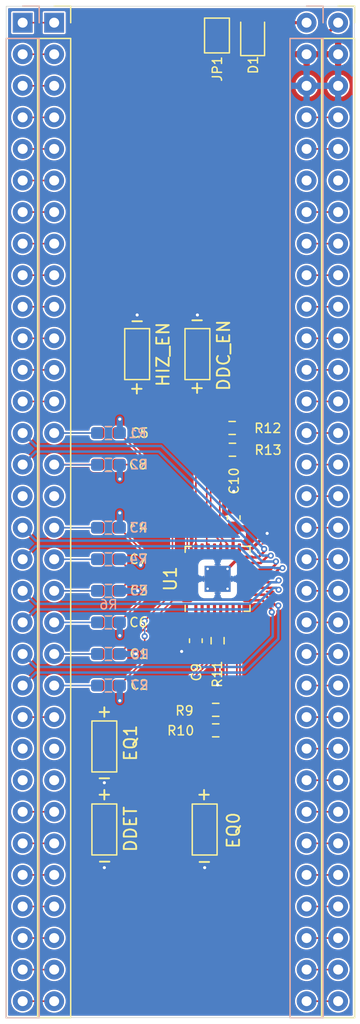
<source format=kicad_pcb>
(kicad_pcb (version 20171130) (host pcbnew "(5.1.12)-1")
  (layers (0 F.Cu signal) (31 B.Cu signal) (34 B.Paste user) (35 F.Paste user) (36 B.SilkS user) (37 F.SilkS user) (38 B.Mask user) (39 F.Mask user) (44 Edge.Cuts user))
  (net 0 "")
  (net 1 ADRDD)
  (net 2 NMI)
  (net 3 BE)
  (net 4 RDY)
  (net 5 DATDD)
  (net 6 IRQ)
  (net 7 RWB)
  (net 8 RST)
  (net 9 vREF)
  (net 10 ADC7)
  (net 11 ADC6)
  (net 12 ADC5)
  (net 13 ADC4)
  (net 14 ADC3)
  (net 15 ADC2)
  (net 16 ADC1)
  (net 17 ADC0)
  (net 18 SD_SSEL)
  (net 19 SD_MOSI)
  (net 20 SD_SCK)
  (net 21 SD_MISO)
  (net 22 bA15)
  (net 23 bA14)
  (net 24 bA13)
  (net 25 bA12)
  (net 26 bA11)
  (net 27 bA10)
  (net 28 bA9)
  (net 29 bA8)
  (net 30 bA7)
  (net 31 bA6)
  (net 32 bA5)
  (net 33 bA4)
  (net 34 bA3)
  (net 35 vCLK)
  (net 36 sCLK)
  (net 37 bA2)
  (net 38 bA1)
  (net 39 bA0)
  (net 40 bD0)
  (net 41 bD1)
  (net 42 bD2)
  (net 43 bD3)
  (net 44 bD4)
  (net 45 bD5)
  (net 46 bD6)
  (net 47 bD7)
  (net 48 vDACR)
  (net 49 vDACL)
  (net 50 GND)
  (net 51 +3V3)
  (net 52 +5V)
  (net 53 IN_CLK-)
  (net 54 IN_CLK+)
  (net 55 IN_D0+)
  (net 56 IN_D0-)
  (net 57 IN_D1+)
  (net 58 IN_D1-)
  (net 59 IN_D2+)
  (net 60 IN_D2-)
  (net 61 "Net-(C1-Pad1)")
  (net 62 "Net-(C2-Pad1)")
  (net 63 "Net-(C3-Pad1)")
  (net 64 "Net-(C4-Pad1)")
  (net 65 "Net-(C5-Pad1)")
  (net 66 "Net-(C6-Pad1)")
  (net 67 "Net-(C7-Pad1)")
  (net 68 "Net-(C8-Pad1)")
  (net 69 OUT_CLK-)
  (net 70 OUT_CLK+)
  (net 71 OUT_D0+)
  (net 72 OUT_D0-)
  (net 73 OUT_D1+)
  (net 74 OUT_D1-)
  (net 75 OUT_D2+)
  (net 76 OUT_D2-)
  (net 77 S_5V)
  (net 78 "Net-(JP2-Pad2)")
  (net 79 "Net-(JP3-Pad2)")
  (net 80 "Net-(JP4-Pad2)")
  (net 81 "Net-(JP5-Pad2)")
  (net 82 "Net-(JP6-Pad2)")
  (net 83 "Net-(R9-Pad2)")
  (net 84 "Net-(R10-Pad2)")
  (net 85 "Net-(R11-Pad2)")
  (net 86 "Net-(R12-Pad1)")
  (net 87 "Net-(R13-Pad1)")
  (module Resistor_SMD:R_0603_1608Metric_Pad0.98x0.95mm_HandSolder (layer F.Cu) (at 129.2606 100.6602)
    (fp_text reference R13 (at 2.8702 0.0254) (layer F.SilkS) (effects (font (size 0.75 0.75) (thickness 0.12))))
    (fp_text value 4.7k hide)
    (pad 2 smd roundrect (at 0.9125 0) (size 0.975 0.95) (layers F.Cu F.Paste F.Mask) (net 52 +5V))
    (pad 1 smd roundrect (at -0.9125 0) (size 0.975 0.95) (layers F.Cu F.Paste F.Mask) (net 87 "Net-(R13-Pad1)"))
  )
  (module Resistor_SMD:R_0603_1608Metric_Pad0.98x0.95mm_HandSolder (layer F.Cu) (at 129.2371 98.9076)
    (fp_text reference R12 (at 2.8683 0.0254) (layer F.SilkS) (effects (font (size 0.75 0.75) (thickness 0.12))))
    (fp_text value 4.7K hide)
    (pad 2 smd roundrect (at 0.9125 0) (size 0.975 0.95) (layers F.Cu F.Paste F.Mask) (net 52 +5V))
    (pad 1 smd roundrect (at -0.9125 0) (size 0.975 0.95) (layers F.Cu F.Paste F.Mask) (net 86 "Net-(R12-Pad1)"))
  )
  (module Resistor_SMD:R_0603_1608Metric_Pad0.98x0.95mm_HandSolder (layer F.Cu) (at 128.0668 116.0272 90)
    (fp_text reference R11 (at -2.6924 -0.0254 90) (layer F.SilkS) (effects (font (size 0.75 0.75) (thickness 0.12))))
    (fp_text value "12.4K 1%" hide)
    (pad 2 smd roundrect (at 0.9125 0 90) (size 0.975 0.95) (layers F.Cu F.Paste F.Mask) (net 85 "Net-(R11-Pad2)"))
    (pad 1 smd roundrect (at -0.9125 0 90) (size 0.975 0.95) (layers F.Cu F.Paste F.Mask) (net 50 GND))
  )
  (module Resistor_SMD:R_0603_1608Metric_Pad0.98x0.95mm_HandSolder (layer F.Cu) (at 127.9144 123.2408)
    (fp_text reference R10 (at -2.8194 0.0254) (layer F.SilkS) (effects (font (size 0.75 0.75) (thickness 0.12))))
    (fp_text value 4.7k hide)
    (pad 2 smd roundrect (at 0.9125 0) (size 0.975 0.95) (layers F.Cu F.Paste F.Mask) (net 84 "Net-(R10-Pad2)"))
    (pad 1 smd roundrect (at -0.9125 0) (size 0.975 0.95) (layers F.Cu F.Paste F.Mask) (net 51 +3V3))
  )
  (module Resistor_SMD:R_0603_1608Metric_Pad0.98x0.95mm_HandSolder (layer F.Cu) (at 127.9144 121.5898)
    (fp_text reference R9 (at -2.5146 0.0762) (layer F.SilkS) (effects (font (size 0.75 0.75) (thickness 0.12))))
    (fp_text value 4.7k)
    (pad 2 smd roundrect (at 0.9125 0) (size 0.975 0.95) (layers F.Cu F.Paste F.Mask) (net 83 "Net-(R9-Pad2)"))
    (pad 1 smd roundrect (at -0.9125 0) (size 0.975 0.95) (layers F.Cu F.Paste F.Mask) (net 51 +3V3))
  )
  (module Jumper:SolderJumper-3_P1.3mm_Bridged12_Pad1.0x1.5mm_NumberLabels (layer F.Cu) (at 121.5898 92.964 270)
    (fp_text reference JP6 hide)
    (fp_text value HIZ_EN)
    (fp_poly (pts (xy -0.9 -0.3) (xy -0.4 -0.3) (xy -0.4 0.3) (xy -0.9 0.3)) (layer F.Cu) (width 0))
    (pad 2 smd rect (at 0 0 270) (size 1 1.5) (layers F.Cu F.Mask) (net 82 "Net-(JP6-Pad2)"))
    (pad 3 smd rect (at 1.3 0 270) (size 1 1.5) (layers F.Cu F.Mask) (net 51 +3V3))
    (pad 1 smd rect (at -1.3 0 270) (size 1 1.5) (layers F.Cu F.Mask) (net 50 GND))
  )
  (module Jumper:SolderJumper-3_P1.3mm_Bridged12_Pad1.0x1.5mm_NumberLabels (layer F.Cu) (at 126.4412 92.964 270)
    (fp_text reference JP5 hide)
    (fp_text value DDC_EN)
    (fp_poly (pts (xy -0.9 -0.3) (xy -0.4 -0.3) (xy -0.4 0.3) (xy -0.9 0.3)) (layer F.Cu) (width 0))
    (pad 2 smd rect (at 0 0 270) (size 1 1.5) (layers F.Cu F.Mask) (net 81 "Net-(JP5-Pad2)"))
    (pad 3 smd rect (at 1.3 0 270) (size 1 1.5) (layers F.Cu F.Mask) (net 51 +3V3))
    (pad 1 smd rect (at -1.3 0 270) (size 1 1.5) (layers F.Cu F.Mask) (net 50 GND))
  )
  (module Jumper:SolderJumper-3_P1.3mm_Bridged12_Pad1.0x1.5mm_NumberLabels (layer F.Cu) (at 118.9482 131.2164 90)
    (fp_text reference JP4 hide)
    (fp_text value DDET)
    (fp_poly (pts (xy -0.9 -0.3) (xy -0.4 -0.3) (xy -0.4 0.3) (xy -0.9 0.3)) (layer F.Cu) (width 0))
    (pad 2 smd rect (at 0 0 90) (size 1 1.5) (layers F.Cu F.Mask) (net 80 "Net-(JP4-Pad2)"))
    (pad 3 smd rect (at 1.3 0 90) (size 1 1.5) (layers F.Cu F.Mask) (net 51 +3V3))
    (pad 1 smd rect (at -1.3 0 90) (size 1 1.5) (layers F.Cu F.Mask) (net 50 GND))
  )
  (module Jumper:SolderJumper-3_P1.3mm_Bridged12_Pad1.0x1.5mm_NumberLabels (layer F.Cu) (at 118.9482 124.5362 90)
    (fp_text reference JP3 hide)
    (fp_text value EQ1)
    (fp_poly (pts (xy -0.9 -0.3) (xy -0.4 -0.3) (xy -0.4 0.3) (xy -0.9 0.3)) (layer F.Cu) (width 0))
    (pad 2 smd rect (at 0 0 90) (size 1 1.5) (layers F.Cu F.Mask) (net 79 "Net-(JP3-Pad2)"))
    (pad 3 smd rect (at 1.3 0 90) (size 1 1.5) (layers F.Cu F.Mask) (net 51 +3V3))
    (pad 1 smd rect (at -1.3 0 90) (size 1 1.5) (layers F.Cu F.Mask) (net 50 GND))
  )
  (module Jumper:SolderJumper-3_P1.3mm_Bridged12_Pad1.0x1.5mm_NumberLabels (layer F.Cu) (at 127.0254 131.221 90)
    (fp_text reference JP2 hide)
    (fp_text value EQ0)
    (fp_poly (pts (xy -0.9 -0.3) (xy -0.4 -0.3) (xy -0.4 0.3) (xy -0.9 0.3)) (layer F.Cu) (width 0))
    (pad 2 smd rect (at 0 0 90) (size 1 1.5) (layers F.Cu F.Mask) (net 78 "Net-(JP2-Pad2)"))
    (pad 3 smd rect (at 1.3 0 90) (size 1 1.5) (layers F.Cu F.Mask) (net 51 +3V3))
    (pad 1 smd rect (at -1.3 0 90) (size 1 1.5) (layers F.Cu F.Mask) (net 50 GND))
  )
  (module Jumper:SolderJumper-2_P1.3mm_Open_Pad1.0x1.5mm (layer F.Cu) (at 128.016 67.325 270)
    (fp_text reference JP1 (at 2.6924 -0.0254 90) (layer F.SilkS) (effects (font (size 0.75 0.75) (thickness 0.12))))
    (fp_text value 5V hide)
    (pad 1 smd rect (at -0.65 0 270) (size 1 1.5) (layers F.Cu F.Mask) (net 77 S_5V))
    (pad 2 smd rect (at 0.65 0 270) (size 1 1.5) (layers F.Cu F.Mask) (net 52 +5V))
  )
  (module Diode_SMD:D_0805_2012Metric (layer F.Cu) (at 130.8862 67.2569 90)
    (fp_text reference D1 (at -2.4384 0.0508 90) (layer F.SilkS) (effects (font (size 0.75 0.75) (thickness 0.12))))
    (fp_text value 1N4001 hide)
    (pad 2 smd roundrect (at 0.9375 0 90) (size 0.975 1.4) (layers F.Cu F.Paste F.Mask) (net 77 S_5V))
    (pad 1 smd roundrect (at -0.9375 0 90) (size 0.975 1.4) (layers F.Cu F.Paste F.Mask) (net 52 +5V))
  )
  (module Resistor_SMD:R_0603_1608Metric_Pad0.98x0.95mm_HandSolder (layer B.Cu) (at 119.2784 117.094 180)
    (fp_text reference R8 (at -2.54 -0.0508) (layer B.SilkS) (effects (font (size 0.75 0.75) (thickness 0.12)) (justify mirror)))
    (fp_text value 50R hide)
    (pad 2 smd roundrect (at 0.9125 0 180) (size 0.975 0.95) (layers B.Cu B.Paste B.Mask) (net 54 IN_CLK+))
    (pad 1 smd roundrect (at -0.9125 0 180) (size 0.975 0.95) (layers B.Cu B.Paste B.Mask) (net 51 +3V3))
  )
  (module Resistor_SMD:R_0603_1608Metric_Pad0.98x0.95mm_HandSolder (layer B.Cu) (at 119.2784 119.634 180)
    (fp_text reference R7 (at -2.5146 0) (layer B.SilkS) (effects (font (size 0.75 0.75) (thickness 0.12)) (justify mirror)))
    (fp_text value 50R hide)
    (pad 2 smd roundrect (at 0.9125 0 180) (size 0.975 0.95) (layers B.Cu B.Paste B.Mask) (net 53 IN_CLK-))
    (pad 1 smd roundrect (at -0.9125 0 180) (size 0.975 0.95) (layers B.Cu B.Paste B.Mask) (net 51 +3V3))
  )
  (module Resistor_SMD:R_0603_1608Metric_Pad0.98x0.95mm_HandSolder (layer B.Cu) (at 119.2784 114.554 180)
    (fp_text reference R6 (at 0 1.43) (layer B.SilkS) (effects (font (size 0.75 0.75) (thickness 0.12)) (justify mirror)))
    (fp_text value 50R hide)
    (pad 2 smd roundrect (at 0.9125 0 180) (size 0.975 0.95) (layers B.Cu B.Paste B.Mask) (net 55 IN_D0+))
    (pad 1 smd roundrect (at -0.9125 0 180) (size 0.975 0.95) (layers B.Cu B.Paste B.Mask) (net 51 +3V3))
  )
  (module Resistor_SMD:R_0603_1608Metric_Pad0.98x0.95mm_HandSolder (layer B.Cu) (at 119.2784 112.014 180)
    (fp_text reference R5 (at -2.4638 0.0254) (layer B.SilkS) (effects (font (size 0.75 0.75) (thickness 0.12)) (justify mirror)))
    (fp_text value 50R hide)
    (pad 2 smd roundrect (at 0.9125 0 180) (size 0.975 0.95) (layers B.Cu B.Paste B.Mask) (net 56 IN_D0-))
    (pad 1 smd roundrect (at -0.9125 0 180) (size 0.975 0.95) (layers B.Cu B.Paste B.Mask) (net 51 +3V3))
  )
  (module Resistor_SMD:R_0603_1608Metric_Pad0.98x0.95mm_HandSolder (layer B.Cu) (at 119.2784 109.474 180)
    (fp_text reference R4 (at -2.413 0.0254) (layer B.SilkS) (effects (font (size 0.75 0.75) (thickness 0.12)) (justify mirror)))
    (fp_text value 50R hide)
    (pad 2 smd roundrect (at 0.9125 0 180) (size 0.975 0.95) (layers B.Cu B.Paste B.Mask) (net 57 IN_D1+))
    (pad 1 smd roundrect (at -0.9125 0 180) (size 0.975 0.95) (layers B.Cu B.Paste B.Mask) (net 51 +3V3))
  )
  (module Resistor_SMD:R_0603_1608Metric_Pad0.98x0.95mm_HandSolder (layer B.Cu) (at 119.2784 106.934 180)
    (fp_text reference R3 (at -2.4365 0) (layer B.SilkS) (effects (font (size 0.75 0.75) (thickness 0.12)) (justify mirror)))
    (fp_text value 50R hide)
    (pad 2 smd roundrect (at 0.9125 0 180) (size 0.975 0.95) (layers B.Cu B.Paste B.Mask) (net 58 IN_D1-))
    (pad 1 smd roundrect (at -0.9125 0 180) (size 0.975 0.95) (layers B.Cu B.Paste B.Mask) (net 51 +3V3))
  )
  (module Resistor_SMD:R_0603_1608Metric_Pad0.98x0.95mm_HandSolder (layer B.Cu) (at 119.2784 101.8794 180)
    (fp_text reference R2 (at -2.4638 0.0254) (layer B.SilkS) (effects (font (size 0.75 0.75) (thickness 0.12)) (justify mirror)))
    (fp_text value 50R hide)
    (pad 2 smd roundrect (at 0.9125 0 180) (size 0.975 0.95) (layers B.Cu B.Paste B.Mask) (net 59 IN_D2+))
    (pad 1 smd roundrect (at -0.9125 0 180) (size 0.975 0.95) (layers B.Cu B.Paste B.Mask) (net 51 +3V3))
  )
  (module Resistor_SMD:R_0603_1608Metric_Pad0.98x0.95mm_HandSolder (layer B.Cu) (at 119.2784 99.314 180)
    (fp_text reference R1 (at -2.3368 -0.0254) (layer B.SilkS) (effects (font (size 0.75 0.75) (thickness 0.12)) (justify mirror)))
    (fp_text value 50R hide)
    (pad 2 smd roundrect (at 0.9125 0 180) (size 0.975 0.95) (layers B.Cu B.Paste B.Mask) (net 60 IN_D2-))
    (pad 1 smd roundrect (at -0.9125 0 180) (size 0.975 0.95) (layers B.Cu B.Paste B.Mask) (net 51 +3V3))
  )
  (module Capacitor_SMD:C_0603_1608Metric_Pad1.08x0.95mm_HandSolder (layer F.Cu) (at 129.3622 106.1212 270)
    (fp_text reference C10 (at -2.9464 -0.0254 90) (layer F.SilkS) (effects (font (size 0.75 0.75) (thickness 0.12))))
    (fp_text value 100nF)
    (pad 2 smd roundrect (at 0.8625 0 270) (size 1.075 0.95) (layers F.Cu F.Paste F.Mask) (net 51 +3V3))
    (pad 1 smd roundrect (at -0.8625 0 270) (size 1.075 0.95) (layers F.Cu F.Paste F.Mask) (net 50 GND))
  )
  (module Capacitor_SMD:C_0603_1608Metric_Pad1.08x0.95mm_HandSolder (layer F.Cu) (at 126.3142 116.0261 90)
    (fp_text reference C9 (at -2.5411 0.0508 90) (layer F.SilkS) (effects (font (size 0.75 0.75) (thickness 0.12))))
    (fp_text value 100nF)
    (pad 2 smd roundrect (at 0.8625 0 90) (size 1.075 0.95) (layers F.Cu F.Paste F.Mask) (net 51 +3V3))
    (pad 1 smd roundrect (at -0.8625 0 90) (size 1.075 0.95) (layers F.Cu F.Paste F.Mask) (net 50 GND))
  )
  (module Connector_PinSocket_2.54mm:PinSocket_1x32_P2.54mm_Vertical (layer F.Cu) (at 137.7696 66.294)
    (fp_text reference J4 hide)
    (fp_text value MERCR hide)
    (pad 32 thru_hole oval (at 0 78.74) (size 1.6 1.6) (drill 0.8) (layers *.Cu *.Mask) (net 22 bA15))
    (pad 31 thru_hole oval (at 0 76.2) (size 1.6 1.6) (drill 0.8) (layers *.Cu *.Mask) (net 23 bA14))
    (pad 30 thru_hole oval (at 0 73.66) (size 1.6 1.6) (drill 0.8) (layers *.Cu *.Mask) (net 24 bA13))
    (pad 29 thru_hole oval (at 0 71.12) (size 1.6 1.6) (drill 0.8) (layers *.Cu *.Mask) (net 25 bA12))
    (pad 28 thru_hole oval (at 0 68.58) (size 1.6 1.6) (drill 0.8) (layers *.Cu *.Mask) (net 26 bA11))
    (pad 27 thru_hole oval (at 0 66.04) (size 1.6 1.6) (drill 0.8) (layers *.Cu *.Mask) (net 27 bA10))
    (pad 26 thru_hole oval (at 0 63.5) (size 1.6 1.6) (drill 0.8) (layers *.Cu *.Mask) (net 28 bA9))
    (pad 25 thru_hole oval (at 0 60.96) (size 1.6 1.6) (drill 0.8) (layers *.Cu *.Mask) (net 29 bA8))
    (pad 24 thru_hole oval (at 0 58.42) (size 1.6 1.6) (drill 0.8) (layers *.Cu *.Mask) (net 30 bA7))
    (pad 23 thru_hole oval (at 0 55.88) (size 1.6 1.6) (drill 0.8) (layers *.Cu *.Mask) (net 31 bA6))
    (pad 22 thru_hole oval (at 0 53.34) (size 1.6 1.6) (drill 0.8) (layers *.Cu *.Mask) (net 32 bA5))
    (pad 21 thru_hole oval (at 0 50.8) (size 1.6 1.6) (drill 0.8) (layers *.Cu *.Mask) (net 33 bA4))
    (pad 20 thru_hole oval (at 0 48.26) (size 1.6 1.6) (drill 0.8) (layers *.Cu *.Mask) (net 34 bA3))
    (pad 19 thru_hole oval (at 0 45.72) (size 1.6 1.6) (drill 0.8) (layers *.Cu *.Mask) (net 35 vCLK))
    (pad 18 thru_hole oval (at 0 43.18) (size 1.6 1.6) (drill 0.8) (layers *.Cu *.Mask) (net 36 sCLK))
    (pad 17 thru_hole oval (at 0 40.64) (size 1.6 1.6) (drill 0.8) (layers *.Cu *.Mask) (net 37 bA2))
    (pad 16 thru_hole oval (at 0 38.1) (size 1.6 1.6) (drill 0.8) (layers *.Cu *.Mask) (net 38 bA1))
    (pad 15 thru_hole oval (at 0 35.56) (size 1.6 1.6) (drill 0.8) (layers *.Cu *.Mask) (net 39 bA0))
    (pad 14 thru_hole oval (at 0 33.02) (size 1.6 1.6) (drill 0.8) (layers *.Cu *.Mask) (net 40 bD0))
    (pad 13 thru_hole oval (at 0 30.48) (size 1.6 1.6) (drill 0.8) (layers *.Cu *.Mask) (net 41 bD1))
    (pad 12 thru_hole oval (at 0 27.94) (size 1.6 1.6) (drill 0.8) (layers *.Cu *.Mask) (net 42 bD2))
    (pad 11 thru_hole oval (at 0 25.4) (size 1.6 1.6) (drill 0.8) (layers *.Cu *.Mask) (net 43 bD3))
    (pad 10 thru_hole oval (at 0 22.86) (size 1.6 1.6) (drill 0.8) (layers *.Cu *.Mask) (net 44 bD4))
    (pad 9 thru_hole oval (at 0 20.32) (size 1.6 1.6) (drill 0.8) (layers *.Cu *.Mask) (net 45 bD5))
    (pad 8 thru_hole oval (at 0 17.78) (size 1.6 1.6) (drill 0.8) (layers *.Cu *.Mask) (net 46 bD6))
    (pad 7 thru_hole oval (at 0 15.24) (size 1.6 1.6) (drill 0.8) (layers *.Cu *.Mask) (net 47 bD7))
    (pad 6 thru_hole oval (at 0 12.7) (size 1.6 1.6) (drill 0.8) (layers *.Cu *.Mask))
    (pad 5 thru_hole oval (at 0 10.16) (size 1.6 1.6) (drill 0.8) (layers *.Cu *.Mask) (net 48 vDACR))
    (pad 4 thru_hole oval (at 0 7.62) (size 1.6 1.6) (drill 0.8) (layers *.Cu *.Mask) (net 49 vDACL))
    (pad 3 thru_hole oval (at 0 5.08) (size 1.6 1.6) (drill 0.8) (layers *.Cu *.Mask) (net 50 GND))
    (pad 2 thru_hole oval (at 0 2.54) (size 1.6 1.6) (drill 0.8) (layers *.Cu *.Mask) (net 51 +3V3))
    (pad 1 thru_hole oval (at 0 0) (size 1.6 1.6) (drill 0.8) (layers *.Cu *.Mask) (net 52 +5V))
  )
  (module Connector_PinHeader_2.54mm:PinHeader_1x32_P2.54mm_Vertical (layer B.Cu) (at 135.2296 66.294 180)
    (fp_text reference J2 hide)
    (fp_text value MSCKR hide)
    (pad 32 thru_hole oval (at 0 -78.74 180) (size 1.6 1.6) (drill 0.8) (layers *.Cu *.Mask) (net 22 bA15))
    (pad 31 thru_hole oval (at 0 -76.2 180) (size 1.6 1.6) (drill 0.8) (layers *.Cu *.Mask) (net 23 bA14))
    (pad 30 thru_hole oval (at 0 -73.66 180) (size 1.6 1.6) (drill 0.8) (layers *.Cu *.Mask) (net 24 bA13))
    (pad 29 thru_hole oval (at 0 -71.12 180) (size 1.6 1.6) (drill 0.8) (layers *.Cu *.Mask) (net 25 bA12))
    (pad 28 thru_hole oval (at 0 -68.58 180) (size 1.6 1.6) (drill 0.8) (layers *.Cu *.Mask) (net 26 bA11))
    (pad 27 thru_hole oval (at 0 -66.04 180) (size 1.6 1.6) (drill 0.8) (layers *.Cu *.Mask) (net 27 bA10))
    (pad 26 thru_hole oval (at 0 -63.5 180) (size 1.6 1.6) (drill 0.8) (layers *.Cu *.Mask) (net 28 bA9))
    (pad 25 thru_hole oval (at 0 -60.96 180) (size 1.6 1.6) (drill 0.8) (layers *.Cu *.Mask) (net 29 bA8))
    (pad 24 thru_hole oval (at 0 -58.42 180) (size 1.6 1.6) (drill 0.8) (layers *.Cu *.Mask) (net 30 bA7))
    (pad 23 thru_hole oval (at 0 -55.88 180) (size 1.6 1.6) (drill 0.8) (layers *.Cu *.Mask) (net 31 bA6))
    (pad 22 thru_hole oval (at 0 -53.34 180) (size 1.6 1.6) (drill 0.8) (layers *.Cu *.Mask) (net 32 bA5))
    (pad 21 thru_hole oval (at 0 -50.8 180) (size 1.6 1.6) (drill 0.8) (layers *.Cu *.Mask) (net 33 bA4))
    (pad 20 thru_hole oval (at 0 -48.26 180) (size 1.6 1.6) (drill 0.8) (layers *.Cu *.Mask) (net 34 bA3))
    (pad 19 thru_hole oval (at 0 -45.72 180) (size 1.6 1.6) (drill 0.8) (layers *.Cu *.Mask) (net 35 vCLK))
    (pad 18 thru_hole oval (at 0 -43.18 180) (size 1.6 1.6) (drill 0.8) (layers *.Cu *.Mask) (net 36 sCLK))
    (pad 17 thru_hole oval (at 0 -40.64 180) (size 1.6 1.6) (drill 0.8) (layers *.Cu *.Mask) (net 37 bA2))
    (pad 16 thru_hole oval (at 0 -38.1 180) (size 1.6 1.6) (drill 0.8) (layers *.Cu *.Mask) (net 38 bA1))
    (pad 15 thru_hole oval (at 0 -35.56 180) (size 1.6 1.6) (drill 0.8) (layers *.Cu *.Mask) (net 39 bA0))
    (pad 14 thru_hole oval (at 0 -33.02 180) (size 1.6 1.6) (drill 0.8) (layers *.Cu *.Mask) (net 40 bD0))
    (pad 13 thru_hole oval (at 0 -30.48 180) (size 1.6 1.6) (drill 0.8) (layers *.Cu *.Mask) (net 41 bD1))
    (pad 12 thru_hole oval (at 0 -27.94 180) (size 1.6 1.6) (drill 0.8) (layers *.Cu *.Mask) (net 42 bD2))
    (pad 11 thru_hole oval (at 0 -25.4 180) (size 1.6 1.6) (drill 0.8) (layers *.Cu *.Mask) (net 43 bD3))
    (pad 10 thru_hole oval (at 0 -22.86 180) (size 1.6 1.6) (drill 0.8) (layers *.Cu *.Mask) (net 44 bD4))
    (pad 9 thru_hole oval (at 0 -20.32 180) (size 1.6 1.6) (drill 0.8) (layers *.Cu *.Mask) (net 45 bD5))
    (pad 8 thru_hole oval (at 0 -17.78 180) (size 1.6 1.6) (drill 0.8) (layers *.Cu *.Mask) (net 46 bD6))
    (pad 7 thru_hole oval (at 0 -15.24 180) (size 1.6 1.6) (drill 0.8) (layers *.Cu *.Mask) (net 47 bD7))
    (pad 6 thru_hole oval (at 0 -12.7 180) (size 1.6 1.6) (drill 0.8) (layers *.Cu *.Mask))
    (pad 5 thru_hole oval (at 0 -10.16 180) (size 1.6 1.6) (drill 0.8) (layers *.Cu *.Mask) (net 48 vDACR))
    (pad 4 thru_hole oval (at 0 -7.62 180) (size 1.6 1.6) (drill 0.8) (layers *.Cu *.Mask) (net 49 vDACL))
    (pad 3 thru_hole oval (at 0 -5.08 180) (size 1.6 1.6) (drill 0.8) (layers *.Cu *.Mask) (net 50 GND))
    (pad 2 thru_hole oval (at 0 -2.54 180) (size 1.6 1.6) (drill 0.8) (layers *.Cu *.Mask) (net 51 +3V3))
    (pad 1 thru_hole oval (at 0 0 180) (size 1.6 1.6) (drill 0.8) (layers *.Cu *.Mask) (net 77 S_5V))
  )
  (module Connector_PinSocket_2.54mm:PinSocket_1x32_P2.54mm_Vertical (layer F.Cu) (at 114.9096 66.294)
    (fp_text reference J3 hide)
    (fp_text value MERCL hide)
    (pad 32 thru_hole oval (at 0 78.74) (size 1.6 1.6) (drill 0.8) (layers *.Cu *.Mask) (net 1 ADRDD))
    (pad 31 thru_hole oval (at 0 76.2) (size 1.6 1.6) (drill 0.8) (layers *.Cu *.Mask) (net 2 NMI))
    (pad 30 thru_hole oval (at 0 73.66) (size 1.6 1.6) (drill 0.8) (layers *.Cu *.Mask) (net 3 BE))
    (pad 29 thru_hole oval (at 0 71.12) (size 1.6 1.6) (drill 0.8) (layers *.Cu *.Mask) (net 4 RDY))
    (pad 28 thru_hole oval (at 0 68.58) (size 1.6 1.6) (drill 0.8) (layers *.Cu *.Mask) (net 5 DATDD))
    (pad 27 thru_hole oval (at 0 66.04) (size 1.6 1.6) (drill 0.8) (layers *.Cu *.Mask) (net 6 IRQ))
    (pad 26 thru_hole oval (at 0 63.5) (size 1.6 1.6) (drill 0.8) (layers *.Cu *.Mask) (net 7 RWB))
    (pad 25 thru_hole oval (at 0 60.96) (size 1.6 1.6) (drill 0.8) (layers *.Cu *.Mask))
    (pad 24 thru_hole oval (at 0 58.42) (size 1.6 1.6) (drill 0.8) (layers *.Cu *.Mask))
    (pad 23 thru_hole oval (at 0 55.88) (size 1.6 1.6) (drill 0.8) (layers *.Cu *.Mask) (net 8 RST))
    (pad 22 thru_hole oval (at 0 53.34) (size 1.6 1.6) (drill 0.8) (layers *.Cu *.Mask) (net 53 IN_CLK-))
    (pad 21 thru_hole oval (at 0 50.8) (size 1.6 1.6) (drill 0.8) (layers *.Cu *.Mask) (net 54 IN_CLK+))
    (pad 20 thru_hole oval (at 0 48.26) (size 1.6 1.6) (drill 0.8) (layers *.Cu *.Mask) (net 55 IN_D0+))
    (pad 19 thru_hole oval (at 0 45.72) (size 1.6 1.6) (drill 0.8) (layers *.Cu *.Mask) (net 56 IN_D0-))
    (pad 18 thru_hole oval (at 0 43.18) (size 1.6 1.6) (drill 0.8) (layers *.Cu *.Mask) (net 57 IN_D1+))
    (pad 17 thru_hole oval (at 0 40.64) (size 1.6 1.6) (drill 0.8) (layers *.Cu *.Mask) (net 58 IN_D1-))
    (pad 16 thru_hole oval (at 0 38.1) (size 1.6 1.6) (drill 0.8) (layers *.Cu *.Mask))
    (pad 15 thru_hole oval (at 0 35.56) (size 1.6 1.6) (drill 0.8) (layers *.Cu *.Mask) (net 59 IN_D2+))
    (pad 14 thru_hole oval (at 0 33.02) (size 1.6 1.6) (drill 0.8) (layers *.Cu *.Mask) (net 60 IN_D2-))
    (pad 13 thru_hole oval (at 0 30.48) (size 1.6 1.6) (drill 0.8) (layers *.Cu *.Mask) (net 9 vREF))
    (pad 12 thru_hole oval (at 0 27.94) (size 1.6 1.6) (drill 0.8) (layers *.Cu *.Mask) (net 10 ADC7))
    (pad 11 thru_hole oval (at 0 25.4) (size 1.6 1.6) (drill 0.8) (layers *.Cu *.Mask) (net 11 ADC6))
    (pad 10 thru_hole oval (at 0 22.86) (size 1.6 1.6) (drill 0.8) (layers *.Cu *.Mask) (net 12 ADC5))
    (pad 9 thru_hole oval (at 0 20.32) (size 1.6 1.6) (drill 0.8) (layers *.Cu *.Mask) (net 13 ADC4))
    (pad 8 thru_hole oval (at 0 17.78) (size 1.6 1.6) (drill 0.8) (layers *.Cu *.Mask) (net 14 ADC3))
    (pad 7 thru_hole oval (at 0 15.24) (size 1.6 1.6) (drill 0.8) (layers *.Cu *.Mask) (net 15 ADC2))
    (pad 6 thru_hole oval (at 0 12.7) (size 1.6 1.6) (drill 0.8) (layers *.Cu *.Mask) (net 16 ADC1))
    (pad 5 thru_hole oval (at 0 10.16) (size 1.6 1.6) (drill 0.8) (layers *.Cu *.Mask) (net 17 ADC0))
    (pad 4 thru_hole oval (at 0 7.62) (size 1.6 1.6) (drill 0.8) (layers *.Cu *.Mask) (net 18 SD_SSEL))
    (pad 3 thru_hole oval (at 0 5.08) (size 1.6 1.6) (drill 0.8) (layers *.Cu *.Mask) (net 19 SD_MOSI))
    (pad 2 thru_hole oval (at 0 2.54) (size 1.6 1.6) (drill 0.8) (layers *.Cu *.Mask) (net 20 SD_SCK))
    (pad 1 thru_hole rect (at 0 0) (size 1.6 1.6) (drill 0.8) (layers *.Cu *.Mask) (net 21 SD_MISO))
  )
  (module Connector_PinHeader_2.54mm:PinHeader_1x32_P2.54mm_Vertical (layer B.Cu) (at 112.373601 66.294 180)
    (fp_text reference J1 hide)
    (fp_text value MSCKL hide)
    (pad 32 thru_hole oval (at 0 -78.74 180) (size 1.6 1.6) (drill 0.8) (layers *.Cu *.Mask) (net 1 ADRDD))
    (pad 31 thru_hole oval (at 0 -76.2 180) (size 1.6 1.6) (drill 0.8) (layers *.Cu *.Mask) (net 2 NMI))
    (pad 30 thru_hole oval (at 0 -73.66 180) (size 1.6 1.6) (drill 0.8) (layers *.Cu *.Mask) (net 3 BE))
    (pad 29 thru_hole oval (at 0 -71.12 180) (size 1.6 1.6) (drill 0.8) (layers *.Cu *.Mask) (net 4 RDY))
    (pad 28 thru_hole oval (at 0 -68.58 180) (size 1.6 1.6) (drill 0.8) (layers *.Cu *.Mask) (net 5 DATDD))
    (pad 27 thru_hole oval (at 0 -66.04 180) (size 1.6 1.6) (drill 0.8) (layers *.Cu *.Mask) (net 6 IRQ))
    (pad 26 thru_hole oval (at 0 -63.5 180) (size 1.6 1.6) (drill 0.8) (layers *.Cu *.Mask) (net 7 RWB))
    (pad 25 thru_hole oval (at 0 -60.96 180) (size 1.6 1.6) (drill 0.8) (layers *.Cu *.Mask))
    (pad 24 thru_hole oval (at 0 -58.42 180) (size 1.6 1.6) (drill 0.8) (layers *.Cu *.Mask))
    (pad 23 thru_hole oval (at 0 -55.88 180) (size 1.6 1.6) (drill 0.8) (layers *.Cu *.Mask) (net 8 RST))
    (pad 22 thru_hole oval (at 0 -53.34 180) (size 1.6 1.6) (drill 0.8) (layers *.Cu *.Mask) (net 69 OUT_CLK-))
    (pad 21 thru_hole oval (at 0 -50.8 180) (size 1.6 1.6) (drill 0.8) (layers *.Cu *.Mask) (net 70 OUT_CLK+))
    (pad 20 thru_hole oval (at 0 -48.26 180) (size 1.6 1.6) (drill 0.8) (layers *.Cu *.Mask) (net 71 OUT_D0+))
    (pad 19 thru_hole oval (at 0 -45.72 180) (size 1.6 1.6) (drill 0.8) (layers *.Cu *.Mask) (net 72 OUT_D0-))
    (pad 18 thru_hole oval (at 0 -43.18 180) (size 1.6 1.6) (drill 0.8) (layers *.Cu *.Mask) (net 73 OUT_D1+))
    (pad 17 thru_hole oval (at 0 -40.64 180) (size 1.6 1.6) (drill 0.8) (layers *.Cu *.Mask) (net 74 OUT_D1-))
    (pad 16 thru_hole oval (at 0 -38.1 180) (size 1.6 1.6) (drill 0.8) (layers *.Cu *.Mask))
    (pad 15 thru_hole oval (at 0 -35.56 180) (size 1.6 1.6) (drill 0.8) (layers *.Cu *.Mask) (net 75 OUT_D2+))
    (pad 14 thru_hole oval (at 0 -33.02 180) (size 1.6 1.6) (drill 0.8) (layers *.Cu *.Mask) (net 76 OUT_D2-))
    (pad 13 thru_hole oval (at 0 -30.48 180) (size 1.6 1.6) (drill 0.8) (layers *.Cu *.Mask) (net 9 vREF))
    (pad 12 thru_hole oval (at 0 -27.94 180) (size 1.6 1.6) (drill 0.8) (layers *.Cu *.Mask) (net 10 ADC7))
    (pad 11 thru_hole oval (at 0 -25.4 180) (size 1.6 1.6) (drill 0.8) (layers *.Cu *.Mask) (net 11 ADC6))
    (pad 10 thru_hole oval (at 0 -22.86 180) (size 1.6 1.6) (drill 0.8) (layers *.Cu *.Mask) (net 12 ADC5))
    (pad 9 thru_hole oval (at 0 -20.32 180) (size 1.6 1.6) (drill 0.8) (layers *.Cu *.Mask) (net 13 ADC4))
    (pad 8 thru_hole oval (at 0 -17.78 180) (size 1.6 1.6) (drill 0.8) (layers *.Cu *.Mask) (net 14 ADC3))
    (pad 7 thru_hole oval (at 0 -15.24 180) (size 1.6 1.6) (drill 0.8) (layers *.Cu *.Mask) (net 15 ADC2))
    (pad 6 thru_hole oval (at 0 -12.7 180) (size 1.6 1.6) (drill 0.8) (layers *.Cu *.Mask) (net 16 ADC1))
    (pad 5 thru_hole oval (at 0 -10.16 180) (size 1.6 1.6) (drill 0.8) (layers *.Cu *.Mask) (net 17 ADC0))
    (pad 4 thru_hole oval (at 0 -7.62 180) (size 1.6 1.6) (drill 0.8) (layers *.Cu *.Mask) (net 18 SD_SSEL))
    (pad 3 thru_hole oval (at 0 -5.08 180) (size 1.6 1.6) (drill 0.8) (layers *.Cu *.Mask) (net 19 SD_MOSI))
    (pad 2 thru_hole oval (at 0 -2.54 180) (size 1.6 1.6) (drill 0.8) (layers *.Cu *.Mask) (net 20 SD_SCK))
    (pad 1 thru_hole rect (at 0 0 180) (size 1.6 1.6) (drill 0.8) (layers *.Cu *.Mask) (net 21 SD_MISO))
  )
  (module Capacitor_SMD:C_0603_1608Metric_Pad1.08x0.95mm_HandSolder (layer F.Cu) (at 119.2795 101.854 180)
    (fp_text reference C8 (at -2.3865 0) (layer F.SilkS) (effects (font (size 0.75 0.75) (thickness 0.12))))
    (fp_text value 100nF hide)
    (pad 2 smd roundrect (at 0.8625 0 180) (size 1.075 0.95) (layers F.Cu F.Paste F.Mask) (net 59 IN_D2+))
    (pad 1 smd roundrect (at -0.8625 0 180) (size 1.075 0.95) (layers F.Cu F.Paste F.Mask) (net 68 "Net-(C8-Pad1)"))
  )
  (module Capacitor_SMD:C_0603_1608Metric_Pad1.08x0.95mm_HandSolder (layer F.Cu) (at 119.2795 109.474 180)
    (fp_text reference C7 (at -2.4119 0) (layer F.SilkS) (effects (font (size 0.75 0.75) (thickness 0.12))))
    (fp_text value 100nF hide)
    (pad 2 smd roundrect (at 0.8625 0 180) (size 1.075 0.95) (layers F.Cu F.Paste F.Mask) (net 57 IN_D1+))
    (pad 1 smd roundrect (at -0.8625 0 180) (size 1.075 0.95) (layers F.Cu F.Paste F.Mask) (net 67 "Net-(C7-Pad1)"))
  )
  (module Capacitor_SMD:C_0603_1608Metric_Pad1.08x0.95mm_HandSolder (layer F.Cu) (at 119.2795 114.554 180)
    (fp_text reference C6 (at -2.4119 0) (layer F.SilkS) (effects (font (size 0.75 0.75) (thickness 0.12))))
    (fp_text value 100nF hide)
    (pad 2 smd roundrect (at 0.8625 0 180) (size 1.075 0.95) (layers F.Cu F.Paste F.Mask) (net 55 IN_D0+))
    (pad 1 smd roundrect (at -0.8625 0 180) (size 1.075 0.95) (layers F.Cu F.Paste F.Mask) (net 66 "Net-(C6-Pad1)"))
  )
  (module Capacitor_SMD:C_0603_1608Metric_Pad1.08x0.95mm_HandSolder (layer F.Cu) (at 119.2795 99.314 180)
    (fp_text reference C5 (at -2.5135 0) (layer F.SilkS) (effects (font (size 0.75 0.75) (thickness 0.12))))
    (fp_text value 100nF hide)
    (pad 2 smd roundrect (at 0.8625 0 180) (size 1.075 0.95) (layers F.Cu F.Paste F.Mask) (net 60 IN_D2-))
    (pad 1 smd roundrect (at -0.8625 0 180) (size 1.075 0.95) (layers F.Cu F.Paste F.Mask) (net 65 "Net-(C5-Pad1)"))
  )
  (module Capacitor_SMD:C_0603_1608Metric_Pad1.08x0.95mm_HandSolder (layer F.Cu) (at 119.2795 106.934 180)
    (fp_text reference C4 (at -2.4119 0) (layer F.SilkS) (effects (font (size 0.75 0.75) (thickness 0.12))))
    (fp_text value 100nF hide)
    (pad 2 smd roundrect (at 0.8625 0 180) (size 1.075 0.95) (layers F.Cu F.Paste F.Mask) (net 58 IN_D1-))
    (pad 1 smd roundrect (at -0.8625 0 180) (size 1.075 0.95) (layers F.Cu F.Paste F.Mask) (net 64 "Net-(C4-Pad1)"))
  )
  (module Capacitor_SMD:C_0603_1608Metric_Pad1.08x0.95mm_HandSolder (layer F.Cu) (at 119.2795 112.014 180)
    (fp_text reference C3 (at -2.4627 0.0254) (layer F.SilkS) (effects (font (size 0.75 0.75) (thickness 0.12))))
    (fp_text value 100nF hide)
    (pad 2 smd roundrect (at 0.8625 0 180) (size 1.075 0.95) (layers F.Cu F.Paste F.Mask) (net 56 IN_D0-))
    (pad 1 smd roundrect (at -0.8625 0 180) (size 1.075 0.95) (layers F.Cu F.Paste F.Mask) (net 63 "Net-(C3-Pad1)"))
  )
  (module Capacitor_SMD:C_0603_1608Metric_Pad1.08x0.95mm_HandSolder (layer F.Cu) (at 119.2795 119.634 180)
    (fp_text reference C2 (at -2.4881 0.0508) (layer F.SilkS) (effects (font (size 0.75 0.75) (thickness 0.12))))
    (fp_text value 100nF hide)
    (pad 2 smd roundrect (at 0.8625 0 180) (size 1.075 0.95) (layers F.Cu F.Paste F.Mask) (net 53 IN_CLK-))
    (pad 1 smd roundrect (at -0.8625 0 180) (size 1.075 0.95) (layers F.Cu F.Paste F.Mask) (net 62 "Net-(C2-Pad1)"))
  )
  (module Capacitor_SMD:C_0603_1608Metric_Pad1.08x0.95mm_HandSolder (layer F.Cu) (at 119.2795 117.094 180)
    (fp_text reference C1 (at -2.4373 0) (layer F.SilkS) (effects (font (size 0.75 0.75) (thickness 0.12))))
    (fp_text value 100nF hide)
    (pad 2 smd roundrect (at 0.8625 0 180) (size 1.075 0.95) (layers F.Cu F.Paste F.Mask) (net 54 IN_CLK+))
    (pad 1 smd roundrect (at -0.8625 0 180) (size 1.075 0.95) (layers F.Cu F.Paste F.Mask) (net 61 "Net-(C1-Pad1)"))
  )
  (module Package_DFN_QFN:TQFN-32-1EP_5x5mm_P0.5mm_EP2.1x2.1mm_ThermalVias (layer F.Cu) (at 128.0668 111.0488 90)
    (fp_text reference U1 (at 0 -3.8 90) (layer F.SilkS))
    (fp_text value PTN3363)
    (pad 33 smd rect (at 0 0 90) (size 2.1 2.1) (layers B.Cu) (net 50 GND))
    (pad 33 thru_hole circle (at 0.8 0.8 90) (size 0.5 0.5) (drill 0.2) (layers *.Cu) (net 50 GND))
    (pad 33 thru_hole circle (at -0.8 0.8 90) (size 0.5 0.5) (drill 0.2) (layers *.Cu) (net 50 GND))
    (pad 33 thru_hole circle (at 0.8 -0.8 90) (size 0.5 0.5) (drill 0.2) (layers *.Cu) (net 50 GND))
    (pad 33 thru_hole circle (at -0.8 -0.8 90) (size 0.5 0.5) (drill 0.2) (layers *.Cu) (net 50 GND))
    (pad 33 smd rect (at 0 0 90) (size 2.1 2.1) (layers F.Cu F.Mask) (net 50 GND))
    (pad 32 smd custom (at -1.75 -2.4375 90) (size 0.18636 0.18636) (layers F.Cu F.Paste F.Mask) (net 61 "Net-(C1-Pad1)") (options (clearance outline) (anchor circle)) (primitives (gr_poly (pts (xy -0.0625 -0.35) (xy 0.0625 -0.35) (xy 0.0625 0.35) (xy -0.009112 0.35) (xy -0.0625 0.296612)) (width 0.125))))
    (pad 31 smd roundrect (at -1.25 -2.4375 90) (size 0.25 0.825) (layers F.Cu F.Paste F.Mask) (net 62 "Net-(C2-Pad1)"))
    (pad 30 smd roundrect (at -0.75 -2.4375 90) (size 0.25 0.825) (layers F.Cu F.Paste F.Mask) (net 66 "Net-(C6-Pad1)"))
    (pad 29 smd roundrect (at -0.25 -2.4375 90) (size 0.25 0.825) (layers F.Cu F.Paste F.Mask) (net 63 "Net-(C3-Pad1)"))
    (pad 28 smd roundrect (at 0.25 -2.4375 90) (size 0.25 0.825) (layers F.Cu F.Paste F.Mask) (net 67 "Net-(C7-Pad1)"))
    (pad 27 smd roundrect (at 0.75 -2.4375 90) (size 0.25 0.825) (layers F.Cu F.Paste F.Mask) (net 64 "Net-(C4-Pad1)"))
    (pad 26 smd roundrect (at 1.25 -2.4375 90) (size 0.25 0.825) (layers F.Cu F.Paste F.Mask) (net 68 "Net-(C8-Pad1)"))
    (pad 25 smd custom (at 1.75 -2.4375 90) (size 0.18636 0.18636) (layers F.Cu F.Paste F.Mask) (net 65 "Net-(C5-Pad1)") (options (clearance outline) (anchor circle)) (primitives (gr_poly (pts (xy -0.0625 -0.35) (xy 0.0625 -0.35) (xy 0.0625 0.296612) (xy 0.009112 0.35) (xy -0.0625 0.35)) (width 0.125))))
    (pad 24 smd custom (at 2.4375 -1.75 90) (size 0.18636 0.18636) (layers F.Cu F.Paste F.Mask) (net 82 "Net-(JP6-Pad2)") (options (clearance outline) (anchor circle)) (primitives (gr_poly (pts (xy -0.35 -0.009112) (xy -0.296612 -0.0625) (xy 0.35 -0.0625) (xy 0.35 0.0625) (xy -0.35 0.0625)) (width 0.125))))
    (pad 23 smd roundrect (at 2.4375 -1.25 90) (size 0.825 0.25) (layers F.Cu F.Paste F.Mask))
    (pad 22 smd roundrect (at 2.4375 -0.75 90) (size 0.825 0.25) (layers F.Cu F.Paste F.Mask) (net 81 "Net-(JP5-Pad2)"))
    (pad 21 smd roundrect (at 2.4375 -0.25 90) (size 0.825 0.25) (layers F.Cu F.Paste F.Mask))
    (pad 20 smd roundrect (at 2.4375 0.25 90) (size 0.825 0.25) (layers F.Cu F.Paste F.Mask) (net 86 "Net-(R12-Pad1)"))
    (pad 19 smd roundrect (at 2.4375 0.75 90) (size 0.825 0.25) (layers F.Cu F.Paste F.Mask) (net 87 "Net-(R13-Pad1)"))
    (pad 18 smd roundrect (at 2.4375 1.25 90) (size 0.825 0.25) (layers F.Cu F.Paste F.Mask) (net 51 +3V3))
    (pad 17 smd custom (at 2.4375 1.75 90) (size 0.18636 0.18636) (layers F.Cu F.Paste F.Mask) (net 50 GND) (options (clearance outline) (anchor circle)) (primitives (gr_poly (pts (xy -0.35 -0.0625) (xy 0.35 -0.0625) (xy 0.35 0.0625) (xy -0.296612 0.0625) (xy -0.35 0.009112)) (width 0.125))))
    (pad 16 smd custom (at 1.75 2.4375 90) (size 0.18636 0.18636) (layers F.Cu F.Paste F.Mask) (net 76 OUT_D2-) (options (clearance outline) (anchor circle)) (primitives (gr_poly (pts (xy -0.0625 -0.35) (xy 0.009112 -0.35) (xy 0.0625 -0.296612) (xy 0.0625 0.35) (xy -0.0625 0.35)) (width 0.125))))
    (pad 15 smd roundrect (at 1.25 2.4375 90) (size 0.25 0.825) (layers F.Cu F.Paste F.Mask) (net 75 OUT_D2+))
    (pad 14 smd roundrect (at 0.75 2.4375 90) (size 0.25 0.825) (layers F.Cu F.Paste F.Mask) (net 74 OUT_D1-))
    (pad 13 smd roundrect (at 0.25 2.4375 90) (size 0.25 0.825) (layers F.Cu F.Paste F.Mask) (net 73 OUT_D1+))
    (pad 12 smd roundrect (at -0.25 2.4375 90) (size 0.25 0.825) (layers F.Cu F.Paste F.Mask) (net 72 OUT_D0-))
    (pad 11 smd roundrect (at -0.75 2.4375 90) (size 0.25 0.825) (layers F.Cu F.Paste F.Mask) (net 71 OUT_D0+))
    (pad 10 smd roundrect (at -1.25 2.4375 90) (size 0.25 0.825) (layers F.Cu F.Paste F.Mask) (net 69 OUT_CLK-))
    (pad 9 smd custom (at -1.75 2.4375 90) (size 0.18636 0.18636) (layers F.Cu F.Paste F.Mask) (net 70 OUT_CLK+) (options (clearance outline) (anchor circle)) (primitives (gr_poly (pts (xy -0.0625 -0.296612) (xy -0.009112 -0.35) (xy 0.0625 -0.35) (xy 0.0625 0.35) (xy -0.0625 0.35)) (width 0.125))))
    (pad 8 smd custom (at -2.4375 1.75 90) (size 0.18636 0.18636) (layers F.Cu F.Paste F.Mask) (net 78 "Net-(JP2-Pad2)") (options (clearance outline) (anchor circle)) (primitives (gr_poly (pts (xy -0.35 -0.0625) (xy 0.35 -0.0625) (xy 0.35 0.009112) (xy 0.296612 0.0625) (xy -0.35 0.0625)) (width 0.125))))
    (pad 7 smd roundrect (at -2.4375 1.25 90) (size 0.825 0.25) (layers F.Cu F.Paste F.Mask) (net 84 "Net-(R10-Pad2)"))
    (pad 6 smd roundrect (at -2.4375 0.75 90) (size 0.825 0.25) (layers F.Cu F.Paste F.Mask) (net 83 "Net-(R9-Pad2)"))
    (pad 5 smd roundrect (at -2.4375 0.25 90) (size 0.825 0.25) (layers F.Cu F.Paste F.Mask))
    (pad 4 smd roundrect (at -2.4375 -0.25 90) (size 0.825 0.25) (layers F.Cu F.Paste F.Mask) (net 85 "Net-(R11-Pad2)"))
    (pad 3 smd roundrect (at -2.4375 -0.75 90) (size 0.825 0.25) (layers F.Cu F.Paste F.Mask) (net 80 "Net-(JP4-Pad2)"))
    (pad 2 smd roundrect (at -2.4375 -1.25 90) (size 0.825 0.25) (layers F.Cu F.Paste F.Mask) (net 79 "Net-(JP3-Pad2)"))
    (pad 1 smd custom (at -2.4375 -1.75 90) (size 0.18636 0.18636) (layers F.Cu F.Paste F.Mask) (net 51 +3V3) (options (clearance outline) (anchor circle)) (primitives (gr_poly (pts (xy -0.35 -0.0625) (xy 0.296612 -0.0625) (xy 0.35 -0.009112) (xy 0.35 0.0625) (xy -0.35 0.0625)) (width 0.125))))
  )
  (gr_text HIZ_EN (at 123.6726 92.9894 90) (layer F.SilkS) (effects (font (size 1 1))))
  (gr_text DDC_EN (at 128.5494 93.0656 90) (layer F.SilkS) (effects (font (size 1 1))))
  (gr_text DDET (at 121.0564 131.191 90) (layer F.SilkS) (effects (font (size 1 1))))
  (gr_text EQ1 (at 121.0564 124.2568 90) (layer F.SilkS) (effects (font (size 1 1))))
  (gr_text EQ0 (at 129.3368 131.2926 90) (layer F.SilkS) (effects (font (size 1 1))))
  (gr_text - (at 118.9482 127.0254) (layer F.SilkS) (effects (font (size 1 1))))
  (gr_text - (at 127 133.7564) (layer F.SilkS) (effects (font (size 1 1))))
  (gr_text - (at 118.9736 133.731) (layer F.SilkS) (effects (font (size 1 1))))
  (gr_text - (at 121.5898 90.2462) (layer F.SilkS) (effects (font (size 1 1))))
  (gr_text - (at 126.4158 90.17) (layer F.SilkS) (effects (font (size 1 1))))
  (gr_text + (at 126.9746 128.3462) (layer F.SilkS) (effects (font (size 1 1))))
  (gr_text + (at 118.9482 121.6914) (layer F.SilkS) (effects (font (size 1 1))))
  (gr_text + (at 118.9482 128.3462) (layer F.SilkS) (effects (font (size 1 1))))
  (gr_text + (at 121.5644 95.6818) (layer F.SilkS) (effects (font (size 1 1))))
  (gr_text + (at 126.4158 95.631) (layer F.SilkS) (effects (font (size 1 1))))
  (gr_line (start 111.0488 64.9732) (end 139.0904 64.9732) (layer Edge.Cuts) (width 0.05))
  (gr_line (start 111.0488 146.3548) (end 139.0904 146.3548) (layer Edge.Cuts) (width 0.05))
  (gr_line (start 139.0904 64.9732) (end 139.0904 146.3548) (layer Edge.Cuts) (width 0.05))
  (gr_line (start 111.0488 64.9732) (end 111.0488 146.3548) (layer Edge.Cuts) (width 0.05))
  (segment (start 112.373601 145.034) (end 114.9096 145.034) (width 0.127) (layer F.Cu) (net 1))
  (segment (start 112.373601 142.494) (end 114.9096 142.494) (width 0.127) (layer F.Cu) (net 2))
  (segment (start 112.373601 139.954) (end 114.9096 139.954) (width 0.127) (layer F.Cu) (net 3))
  (segment (start 112.373601 137.414) (end 114.9096 137.414) (width 0.127) (layer F.Cu) (net 4))
  (segment (start 112.373601 134.874) (end 114.9096 134.874) (width 0.127) (layer F.Cu) (net 5))
  (segment (start 112.373601 132.334) (end 114.9096 132.334) (width 0.127) (layer F.Cu) (net 6))
  (segment (start 112.373601 129.794) (end 114.9096 129.794) (width 0.127) (layer F.Cu) (net 7))
  (segment (start 112.373601 122.174) (end 114.9096 122.174) (width 0.127) (layer F.Cu) (net 8))
  (segment (start 112.373601 96.774) (end 114.9096 96.774) (width 0.127) (layer F.Cu) (net 9))
  (segment (start 112.373601 94.234) (end 114.9096 94.234) (width 0.127) (layer F.Cu) (net 10))
  (segment (start 112.373601 91.694) (end 114.9096 91.694) (width 0.127) (layer F.Cu) (net 11))
  (segment (start 112.373601 89.154) (end 114.9096 89.154) (width 0.127) (layer F.Cu) (net 12))
  (segment (start 112.373601 86.614) (end 114.9096 86.614) (width 0.127) (layer F.Cu) (net 13))
  (segment (start 112.373601 84.074) (end 114.9096 84.074) (width 0.127) (layer F.Cu) (net 14))
  (segment (start 112.373601 81.534) (end 114.9096 81.534) (width 0.127) (layer F.Cu) (net 15))
  (segment (start 112.373601 78.994) (end 114.9096 78.994) (width 0.127) (layer F.Cu) (net 16))
  (segment (start 112.373601 76.454) (end 114.9096 76.454) (width 0.127) (layer F.Cu) (net 17))
  (segment (start 112.373601 73.914) (end 114.9096 73.914) (width 0.127) (layer F.Cu) (net 18))
  (segment (start 112.373601 71.374) (end 114.9096 71.374) (width 0.127) (layer F.Cu) (net 19))
  (segment (start 112.373601 68.834) (end 114.9096 68.834) (width 0.127) (layer F.Cu) (net 20))
  (segment (start 112.373601 66.294) (end 114.9096 66.294) (width 0.127) (layer F.Cu) (net 21))
  (segment (start 135.2296 145.034) (end 137.7696 145.034) (width 0.127) (layer F.Cu) (net 22))
  (segment (start 135.2296 142.494) (end 137.7696 142.494) (width 0.127) (layer F.Cu) (net 23))
  (segment (start 137.7696 139.954) (end 135.2296 139.954) (width 0.127) (layer F.Cu) (net 24))
  (segment (start 135.2296 137.414) (end 137.7696 137.414) (width 0.127) (layer F.Cu) (net 25))
  (segment (start 137.7696 134.874) (end 135.2296 134.874) (width 0.127) (layer F.Cu) (net 26))
  (segment (start 135.2296 132.334) (end 137.7696 132.334) (width 0.127) (layer F.Cu) (net 27))
  (segment (start 137.7696 129.794) (end 135.2296 129.794) (width 0.127) (layer F.Cu) (net 28))
  (segment (start 137.7696 127.254) (end 135.2296 127.254) (width 0.127) (layer F.Cu) (net 29))
  (segment (start 137.7696 124.714) (end 135.2296 124.714) (width 0.127) (layer F.Cu) (net 30))
  (segment (start 137.7696 122.174) (end 135.2296 122.174) (width 0.127) (layer F.Cu) (net 31))
  (segment (start 137.7696 119.634) (end 135.2296 119.634) (width 0.127) (layer F.Cu) (net 32))
  (segment (start 137.7696 117.094) (end 135.2296 117.094) (width 0.127) (layer F.Cu) (net 33))
  (segment (start 137.7696 114.554) (end 135.2296 114.554) (width 0.127) (layer F.Cu) (net 34))
  (segment (start 137.7696 112.014) (end 135.2296 112.014) (width 0.127) (layer F.Cu) (net 35))
  (segment (start 137.7696 109.474) (end 135.2296 109.474) (width 0.127) (layer F.Cu) (net 36))
  (segment (start 137.7696 106.934) (end 135.2296 106.934) (width 0.127) (layer F.Cu) (net 37))
  (segment (start 137.7696 104.394) (end 135.2296 104.394) (width 0.127) (layer F.Cu) (net 38))
  (segment (start 137.7696 101.854) (end 135.2296 101.854) (width 0.127) (layer F.Cu) (net 39))
  (segment (start 137.7696 99.314) (end 135.2296 99.314) (width 0.127) (layer F.Cu) (net 40))
  (segment (start 137.7696 96.774) (end 135.2296 96.774) (width 0.127) (layer F.Cu) (net 41))
  (segment (start 137.7696 94.234) (end 135.2296 94.234) (width 0.127) (layer F.Cu) (net 42))
  (segment (start 137.7696 91.694) (end 135.2296 91.694) (width 0.127) (layer F.Cu) (net 43))
  (segment (start 137.7696 89.154) (end 135.2296 89.154) (width 0.127) (layer F.Cu) (net 44))
  (segment (start 137.7696 86.614) (end 135.2296 86.614) (width 0.127) (layer F.Cu) (net 45))
  (segment (start 137.7696 84.074) (end 135.2296 84.074) (width 0.127) (layer F.Cu) (net 46))
  (segment (start 137.7696 81.534) (end 135.2296 81.534) (width 0.127) (layer F.Cu) (net 47))
  (segment (start 137.7696 76.454) (end 135.2296 76.454) (width 0.127) (layer F.Cu) (net 48))
  (segment (start 137.7696 73.914) (end 135.2296 73.914) (width 0.127) (layer F.Cu) (net 49))
  (via (at 129.3622 104.013) (size 0.5) (drill 0.25) (layers F.Cu B.Cu) (net 50))
  (segment (start 129.3622 105.2587) (end 129.3622 104.0384) (width 0.5) (layer F.Cu) (net 50))
  (via (at 125.1712 116.8908) (size 0.5) (drill 0.25) (layers F.Cu B.Cu) (net 50))
  (segment (start 126.3142 116.8886) (end 125.1734 116.8886) (width 0.5) (layer F.Cu) (net 50))
  (segment (start 125.1734 116.8886) (end 125.1712 116.8908) (width 0.5) (layer F.Cu) (net 50))
  (segment (start 126.3653 116.9397) (end 126.3142 116.8886) (width 0.5) (layer F.Cu) (net 50))
  (via (at 126.4412 89.8144) (size 0.5) (drill 0.25) (layers F.Cu B.Cu) (net 50))
  (segment (start 126.4412 91.664) (end 126.4412 89.8144) (width 0.254) (layer F.Cu) (net 50))
  (via (at 121.5898 89.8144) (size 0.5) (drill 0.25) (layers F.Cu B.Cu) (net 50))
  (segment (start 121.5898 91.664) (end 121.5898 89.8144) (width 0.254) (layer F.Cu) (net 50))
  (via (at 118.9482 127.4572) (size 0.5) (drill 0.25) (layers F.Cu B.Cu) (net 50))
  (segment (start 118.9482 125.8362) (end 118.9482 127.4572) (width 0.254) (layer F.Cu) (net 50))
  (via (at 118.9482 134.2898) (size 0.5) (drill 0.25) (layers F.Cu B.Cu) (net 50))
  (segment (start 118.9482 132.5164) (end 118.9482 134.2898) (width 0.254) (layer F.Cu) (net 50))
  (via (at 127.0254 134.2898) (size 0.5) (drill 0.25) (layers F.Cu B.Cu) (net 50))
  (segment (start 127.0254 132.521) (end 127.0254 134.2898) (width 0.254) (layer F.Cu) (net 50))
  (segment (start 129.8168 109.2988) (end 128.0668 111.0488) (width 0.254) (layer F.Cu) (net 50))
  (segment (start 129.8168 108.6113) (end 129.8168 109.2988) (width 0.254) (layer F.Cu) (net 50))
  (via (at 132.0546 107.3912) (size 0.5) (drill 0.25) (layers F.Cu B.Cu) (net 50))
  (segment (start 130.8345 108.6113) (end 132.0546 107.3912) (width 0.254) (layer F.Cu) (net 50))
  (segment (start 129.8168 108.6113) (end 130.8345 108.6113) (width 0.254) (layer F.Cu) (net 50))
  (via (at 128.0668 119.5832) (size 0.5) (drill 0.25) (layers F.Cu B.Cu) (net 50))
  (segment (start 128.0668 116.9397) (end 128.0668 119.5832) (width 0.254) (layer F.Cu) (net 50))
  (segment (start 129.3168 107.0291) (end 129.3622 106.9837) (width 0.25) (layer F.Cu) (net 51))
  (segment (start 129.3168 108.6113) (end 129.3168 107.0291) (width 0.25) (layer F.Cu) (net 51))
  (segment (start 126.3168 115.161) (end 126.3142 115.1636) (width 0.254) (layer F.Cu) (net 51))
  (segment (start 126.3168 113.4863) (end 126.3168 115.161) (width 0.254) (layer F.Cu) (net 51))
  (via (at 120.1928 98.1964) (size 0.5) (drill 0.25) (layers F.Cu B.Cu) (net 51))
  (segment (start 120.1909 98.1983) (end 120.1928 98.1964) (width 0.5) (layer B.Cu) (net 51))
  (segment (start 120.1909 99.314) (end 120.1909 98.1983) (width 0.5) (layer B.Cu) (net 51))
  (via (at 120.1928 103.0224) (size 0.5) (drill 0.25) (layers F.Cu B.Cu) (net 51))
  (segment (start 120.1909 103.0205) (end 120.1928 103.0224) (width 0.5) (layer B.Cu) (net 51))
  (segment (start 120.1909 101.8794) (end 120.1909 103.0205) (width 0.5) (layer B.Cu) (net 51))
  (segment (start 120.1909 105.7421) (end 120.1928 105.7402) (width 0.5) (layer B.Cu) (net 51))
  (via (at 120.1928 105.7402) (size 0.5) (drill 0.25) (layers F.Cu B.Cu) (net 51))
  (segment (start 120.1909 106.934) (end 120.1909 105.7421) (width 0.5) (layer B.Cu) (net 51))
  (via (at 121.8692 109.9566) (size 0.5) (drill 0.25) (layers F.Cu B.Cu) (net 51))
  (segment (start 121.3866 109.474) (end 121.8692 109.9566) (width 0.5) (layer B.Cu) (net 51))
  (segment (start 120.1909 109.474) (end 121.3866 109.474) (width 0.5) (layer B.Cu) (net 51))
  (via (at 121.6406 112.014) (size 0.5) (drill 0.25) (layers F.Cu B.Cu) (net 51))
  (segment (start 120.1909 112.014) (end 121.6406 112.014) (width 0.5) (layer B.Cu) (net 51))
  (via (at 120.1928 115.6208) (size 0.5) (drill 0.25) (layers F.Cu B.Cu) (net 51))
  (segment (start 120.1909 115.6189) (end 120.1928 115.6208) (width 0.5) (layer B.Cu) (net 51))
  (segment (start 120.1909 114.554) (end 120.1909 115.6189) (width 0.5) (layer B.Cu) (net 51))
  (via (at 121.4882 117.094) (size 0.5) (drill 0.25) (layers F.Cu B.Cu) (net 51))
  (segment (start 120.1909 117.094) (end 121.4882 117.094) (width 0.5) (layer B.Cu) (net 51))
  (via (at 120.1928 120.8532) (size 0.5) (drill 0.25) (layers F.Cu B.Cu) (net 51))
  (segment (start 120.1909 120.8513) (end 120.1928 120.8532) (width 0.5) (layer B.Cu) (net 51))
  (segment (start 120.1909 119.634) (end 120.1909 120.8513) (width 0.5) (layer B.Cu) (net 51))
  (segment (start 131.4912 67.5894) (end 130.8862 68.1944) (width 0.254) (layer F.Cu) (net 52))
  (segment (start 136.4742 67.5894) (end 131.4912 67.5894) (width 0.254) (layer F.Cu) (net 52))
  (segment (start 137.7696 66.294) (end 136.4742 67.5894) (width 0.254) (layer F.Cu) (net 52))
  (segment (start 128.2354 68.1944) (end 128.016 67.975) (width 0.254) (layer F.Cu) (net 52))
  (segment (start 130.8862 68.1944) (end 128.2354 68.1944) (width 0.254) (layer F.Cu) (net 52))
  (segment (start 130.1731 98.9311) (end 130.1496 98.9076) (width 0.127) (layer F.Cu) (net 52))
  (segment (start 130.1731 100.6602) (end 130.1731 98.9311) (width 0.127) (layer F.Cu) (net 52))
  (segment (start 130.1496 68.931) (end 130.8862 68.1944) (width 0.127) (layer F.Cu) (net 52))
  (segment (start 130.1496 98.9076) (end 130.1496 68.931) (width 0.127) (layer F.Cu) (net 52))
  (segment (start 114.9096 119.634) (end 118.417 119.634) (width 0.127) (layer F.Cu) (net 53))
  (segment (start 118.3659 119.634) (end 114.9096 119.634) (width 0.127) (layer B.Cu) (net 53))
  (segment (start 114.9096 117.094) (end 118.417 117.094) (width 0.127) (layer F.Cu) (net 54))
  (segment (start 118.3659 117.094) (end 114.9096 117.094) (width 0.127) (layer B.Cu) (net 54))
  (segment (start 114.9096 114.554) (end 118.417 114.554) (width 0.127) (layer F.Cu) (net 55))
  (segment (start 118.3659 114.554) (end 114.9096 114.554) (width 0.127) (layer B.Cu) (net 55))
  (segment (start 114.9096 112.014) (end 118.417 112.014) (width 0.127) (layer F.Cu) (net 56))
  (segment (start 118.3659 112.014) (end 114.9096 112.014) (width 0.127) (layer B.Cu) (net 56))
  (segment (start 114.9096 109.474) (end 118.417 109.474) (width 0.127) (layer F.Cu) (net 57))
  (segment (start 118.3659 109.474) (end 114.9096 109.474) (width 0.127) (layer B.Cu) (net 57))
  (segment (start 114.9096 106.934) (end 118.417 106.934) (width 0.127) (layer F.Cu) (net 58))
  (segment (start 118.3659 106.934) (end 114.9096 106.934) (width 0.127) (layer B.Cu) (net 58))
  (segment (start 114.9096 101.854) (end 118.417 101.854) (width 0.127) (layer F.Cu) (net 59))
  (segment (start 114.935 101.8794) (end 114.9096 101.854) (width 0.127) (layer B.Cu) (net 59))
  (segment (start 118.3659 101.8794) (end 114.935 101.8794) (width 0.127) (layer B.Cu) (net 59))
  (segment (start 114.9096 99.314) (end 118.417 99.314) (width 0.127) (layer F.Cu) (net 60))
  (segment (start 114.9096 99.314) (end 118.3659 99.314) (width 0.127) (layer B.Cu) (net 60))
  (segment (start 124.4372 112.7988) (end 120.142 117.094) (width 0.127) (layer F.Cu) (net 61))
  (segment (start 125.6293 112.7988) (end 124.4372 112.7988) (width 0.127) (layer F.Cu) (net 61))
  (via (at 122.192719 114.420319) (size 0.5) (drill 0.25) (layers F.Cu B.Cu) (net 62))
  (segment (start 124.314238 112.2988) (end 122.192719 114.420319) (width 0.127) (layer F.Cu) (net 62))
  (segment (start 125.6293 112.2988) (end 124.314238 112.2988) (width 0.127) (layer F.Cu) (net 62))
  (via (at 122.193381 115.665581) (size 0.5) (drill 0.25) (layers F.Cu B.Cu) (net 62))
  (segment (start 122.192719 115.664919) (end 122.193381 115.665581) (width 0.127) (layer B.Cu) (net 62))
  (segment (start 122.192719 114.420319) (end 122.192719 115.664919) (width 0.127) (layer B.Cu) (net 62))
  (segment (start 122.193381 117.582619) (end 120.142 119.634) (width 0.127) (layer F.Cu) (net 62))
  (segment (start 122.193381 115.665581) (end 122.193381 117.582619) (width 0.127) (layer F.Cu) (net 62))
  (segment (start 120.8572 111.2988) (end 125.6293 111.2988) (width 0.127) (layer F.Cu) (net 63))
  (segment (start 120.142 112.014) (end 120.8572 111.2988) (width 0.127) (layer F.Cu) (net 63))
  (segment (start 123.5068 110.2988) (end 125.6293 110.2988) (width 0.127) (layer F.Cu) (net 64))
  (segment (start 120.142 106.934) (end 123.5068 110.2988) (width 0.127) (layer F.Cu) (net 64))
  (segment (start 125.6293 104.8013) (end 120.142 99.314) (width 0.127) (layer F.Cu) (net 65))
  (segment (start 125.6293 109.2988) (end 125.6293 104.8013) (width 0.127) (layer F.Cu) (net 65))
  (segment (start 122.8972 111.7988) (end 125.6293 111.7988) (width 0.127) (layer F.Cu) (net 66))
  (segment (start 120.142 114.554) (end 122.8972 111.7988) (width 0.127) (layer F.Cu) (net 66))
  (segment (start 121.4668 110.7988) (end 125.6293 110.7988) (width 0.127) (layer F.Cu) (net 67))
  (segment (start 120.142 109.474) (end 121.4668 110.7988) (width 0.127) (layer F.Cu) (net 67))
  (segment (start 125.1404 109.7988) (end 125.6293 109.7988) (width 0.127) (layer F.Cu) (net 68))
  (segment (start 124.4346 109.093) (end 125.1404 109.7988) (width 0.127) (layer F.Cu) (net 68))
  (segment (start 124.4346 105.283) (end 124.4346 109.093) (width 0.127) (layer F.Cu) (net 68))
  (segment (start 121.0056 101.854) (end 124.4346 105.283) (width 0.127) (layer F.Cu) (net 68))
  (segment (start 120.142 101.854) (end 121.0056 101.854) (width 0.127) (layer F.Cu) (net 68))
  (segment (start 132.742633 113.196634) (end 132.954766 113.196634) (width 0.2) (layer F.Cu) (net 69))
  (segment (start 130.5043 112.2988) (end 130.5293 112.3238) (width 0.2) (layer F.Cu) (net 69))
  (segment (start 130.5293 112.3238) (end 131.869799 112.3238) (width 0.2) (layer F.Cu) (net 69))
  (segment (start 131.869799 112.3238) (end 132.742633 113.196634) (width 0.2) (layer F.Cu) (net 69))
  (via (at 132.954766 113.196634) (size 0.5) (drill 0.25) (layers F.Cu B.Cu) (net 69))
  (segment (start 113.418601 118.589) (end 112.373601 119.634) (width 0.2) (layer B.Cu) (net 69))
  (segment (start 130.2428 118.589) (end 113.418601 118.589) (width 0.2) (layer B.Cu) (net 69))
  (segment (start 132.954766 115.877034) (end 130.2428 118.589) (width 0.2) (layer B.Cu) (net 69))
  (segment (start 132.954766 113.196634) (end 132.954766 115.877034) (width 0.2) (layer B.Cu) (net 69))
  (segment (start 132.424434 113.514833) (end 132.424434 113.726966) (width 0.2) (layer F.Cu) (net 70))
  (segment (start 131.683401 112.7738) (end 132.424434 113.514833) (width 0.2) (layer F.Cu) (net 70))
  (segment (start 130.5293 112.7738) (end 131.683401 112.7738) (width 0.2) (layer F.Cu) (net 70))
  (segment (start 130.5043 112.7988) (end 130.5293 112.7738) (width 0.2) (layer F.Cu) (net 70))
  (via (at 132.424434 113.726966) (size 0.5) (drill 0.25) (layers F.Cu B.Cu) (net 70))
  (segment (start 132.504766 113.807298) (end 132.504766 115.690634) (width 0.2) (layer B.Cu) (net 70))
  (segment (start 132.424434 113.726966) (end 132.504766 113.807298) (width 0.2) (layer B.Cu) (net 70))
  (segment (start 113.418601 118.139) (end 112.373601 117.094) (width 0.2) (layer B.Cu) (net 70))
  (segment (start 130.0564 118.139) (end 113.418601 118.139) (width 0.2) (layer B.Cu) (net 70))
  (segment (start 132.504766 115.690634) (end 130.0564 118.139) (width 0.2) (layer B.Cu) (net 70))
  (segment (start 132.828607 111.7738) (end 132.978607 111.9238) (width 0.2) (layer F.Cu) (net 71))
  (segment (start 130.5293 111.7738) (end 132.828607 111.7738) (width 0.2) (layer F.Cu) (net 71))
  (segment (start 130.5043 111.7988) (end 130.5293 111.7738) (width 0.2) (layer F.Cu) (net 71))
  (via (at 132.978607 111.9238) (size 0.5) (drill 0.25) (layers F.Cu B.Cu) (net 71))
  (segment (start 132.828607 111.7738) (end 132.5622 111.7738) (width 0.2) (layer B.Cu) (net 71))
  (segment (start 132.978607 111.9238) (end 132.828607 111.7738) (width 0.2) (layer B.Cu) (net 71))
  (segment (start 113.418601 113.509) (end 112.373601 114.554) (width 0.2) (layer B.Cu) (net 71))
  (segment (start 130.827 113.509) (end 113.418601 113.509) (width 0.2) (layer B.Cu) (net 71))
  (segment (start 132.5622 111.7738) (end 130.827 113.509) (width 0.2) (layer B.Cu) (net 71))
  (segment (start 132.828607 111.3238) (end 132.978607 111.1738) (width 0.2) (layer F.Cu) (net 72))
  (segment (start 130.5293 111.3238) (end 132.828607 111.3238) (width 0.2) (layer F.Cu) (net 72))
  (segment (start 130.5043 111.2988) (end 130.5293 111.3238) (width 0.2) (layer F.Cu) (net 72))
  (via (at 132.978607 111.1738) (size 0.5) (drill 0.25) (layers F.Cu B.Cu) (net 72))
  (segment (start 132.978607 111.1738) (end 132.828607 111.3238) (width 0.2) (layer B.Cu) (net 72))
  (segment (start 132.828607 111.3238) (end 132.3758 111.3238) (width 0.2) (layer B.Cu) (net 72))
  (segment (start 113.418601 113.059) (end 112.373601 112.014) (width 0.2) (layer B.Cu) (net 72))
  (segment (start 130.6406 113.059) (end 113.418601 113.059) (width 0.2) (layer B.Cu) (net 72))
  (segment (start 132.3758 111.3238) (end 130.6406 113.059) (width 0.2) (layer B.Cu) (net 72))
  (segment (start 133.076038 110.183462) (end 133.288171 110.183462) (width 0.2) (layer F.Cu) (net 73))
  (segment (start 130.5293 110.7738) (end 132.4857 110.7738) (width 0.2) (layer F.Cu) (net 73))
  (segment (start 130.5043 110.7988) (end 130.5293 110.7738) (width 0.2) (layer F.Cu) (net 73))
  (segment (start 132.4857 110.7738) (end 133.076038 110.183462) (width 0.2) (layer F.Cu) (net 73))
  (via (at 133.288171 110.183462) (size 0.5) (drill 0.25) (layers F.Cu B.Cu) (net 73))
  (segment (start 113.418601 108.429) (end 112.373601 109.474) (width 0.2) (layer B.Cu) (net 73))
  (segment (start 129.788994 108.429) (end 113.418601 108.429) (width 0.2) (layer B.Cu) (net 73))
  (segment (start 131.490125 110.130131) (end 129.788994 108.429) (width 0.2) (layer B.Cu) (net 73))
  (segment (start 132.598442 110.130131) (end 131.490125 110.130131) (width 0.2) (layer B.Cu) (net 73))
  (segment (start 132.651773 110.183462) (end 132.598442 110.130131) (width 0.2) (layer B.Cu) (net 73))
  (segment (start 133.288171 110.183462) (end 132.651773 110.183462) (width 0.2) (layer B.Cu) (net 73))
  (segment (start 132.757839 109.865263) (end 132.757839 109.65313) (width 0.2) (layer F.Cu) (net 74))
  (segment (start 132.299302 110.3238) (end 132.757839 109.865263) (width 0.2) (layer F.Cu) (net 74))
  (segment (start 130.5293 110.3238) (end 132.299302 110.3238) (width 0.2) (layer F.Cu) (net 74))
  (segment (start 130.5043 110.2988) (end 130.5293 110.3238) (width 0.2) (layer F.Cu) (net 74))
  (via (at 132.757839 109.65313) (size 0.5) (drill 0.25) (layers F.Cu B.Cu) (net 74))
  (segment (start 132.668102 109.563392) (end 132.574127 109.657367) (width 0.2) (layer B.Cu) (net 74))
  (segment (start 132.757839 109.65313) (end 132.668102 109.563392) (width 0.2) (layer B.Cu) (net 74))
  (segment (start 129.975377 107.979) (end 113.418601 107.979) (width 0.2) (layer B.Cu) (net 74))
  (segment (start 131.653744 109.657367) (end 129.975377 107.979) (width 0.2) (layer B.Cu) (net 74))
  (segment (start 113.418601 107.979) (end 112.373601 106.934) (width 0.2) (layer B.Cu) (net 74))
  (segment (start 132.574127 109.657367) (end 131.653744 109.657367) (width 0.2) (layer B.Cu) (net 74))
  (segment (start 132.133033 109.180366) (end 132.345166 109.180366) (width 0.2) (layer F.Cu) (net 75))
  (segment (start 131.539599 109.7738) (end 132.133033 109.180366) (width 0.2) (layer F.Cu) (net 75))
  (segment (start 130.5293 109.7738) (end 131.539599 109.7738) (width 0.2) (layer F.Cu) (net 75))
  (segment (start 130.5043 109.7988) (end 130.5293 109.7738) (width 0.2) (layer F.Cu) (net 75))
  (via (at 132.345166 109.180366) (size 0.5) (drill 0.25) (layers F.Cu B.Cu) (net 75))
  (segment (start 113.418601 100.809) (end 112.373601 101.854) (width 0.2) (layer B.Cu) (net 75))
  (segment (start 131.337833 108.809431) (end 123.337402 100.809) (width 0.2) (layer B.Cu) (net 75))
  (segment (start 131.337833 108.878995) (end 131.337833 108.809431) (width 0.2) (layer B.Cu) (net 75))
  (segment (start 123.337402 100.809) (end 113.418601 100.809) (width 0.2) (layer B.Cu) (net 75))
  (segment (start 131.585873 109.127035) (end 131.337833 108.878995) (width 0.2) (layer B.Cu) (net 75))
  (segment (start 131.655437 109.127035) (end 131.585873 109.127035) (width 0.2) (layer B.Cu) (net 75))
  (segment (start 131.708768 109.180366) (end 131.655437 109.127035) (width 0.2) (layer B.Cu) (net 75))
  (segment (start 132.345166 109.180366) (end 131.708768 109.180366) (width 0.2) (layer B.Cu) (net 75))
  (segment (start 131.353201 109.3238) (end 131.814834 108.862167) (width 0.2) (layer F.Cu) (net 76))
  (segment (start 130.5043 109.2988) (end 130.5293 109.3238) (width 0.2) (layer F.Cu) (net 76))
  (segment (start 130.5293 109.3238) (end 131.353201 109.3238) (width 0.2) (layer F.Cu) (net 76))
  (segment (start 131.814834 108.862167) (end 131.814834 108.650034) (width 0.2) (layer F.Cu) (net 76))
  (via (at 131.814834 108.650034) (size 0.5) (drill 0.25) (layers F.Cu B.Cu) (net 76))
  (segment (start 113.418601 100.359) (end 112.373601 99.314) (width 0.2) (layer B.Cu) (net 76))
  (segment (start 123.5238 100.359) (end 113.418601 100.359) (width 0.2) (layer B.Cu) (net 76))
  (segment (start 131.814834 108.650034) (end 123.5238 100.359) (width 0.2) (layer B.Cu) (net 76))
  (segment (start 130.9116 66.294) (end 130.8862 66.3194) (width 0.254) (layer F.Cu) (net 77))
  (segment (start 135.2296 66.294) (end 130.9116 66.294) (width 0.254) (layer F.Cu) (net 77))
  (segment (start 128.3716 66.3194) (end 128.016 66.675) (width 0.254) (layer F.Cu) (net 77))
  (segment (start 130.8862 66.3194) (end 128.3716 66.3194) (width 0.254) (layer F.Cu) (net 77))
  (segment (start 129.8168 113.4863) (end 129.87021 113.53971) (width 0.127) (layer F.Cu) (net 78))
  (segment (start 129.87021 113.53971) (end 129.87021 124.51079) (width 0.127) (layer F.Cu) (net 78))
  (segment (start 127.478 131.221) (end 127.0254 131.221) (width 0.127) (layer F.Cu) (net 78))
  (segment (start 129.87021 128.82879) (end 127.478 131.221) (width 0.127) (layer F.Cu) (net 78))
  (segment (start 129.87021 124.51079) (end 129.87021 128.82879) (width 0.127) (layer F.Cu) (net 78))
  (segment (start 126.8168 114.3962) (end 127.06279 114.64219) (width 0.127) (layer F.Cu) (net 79))
  (segment (start 126.8168 113.4863) (end 126.8168 114.3962) (width 0.127) (layer F.Cu) (net 79))
  (segment (start 120.2436 124.5362) (end 118.9482 124.5362) (width 0.127) (layer F.Cu) (net 79))
  (segment (start 127.06279 117.71701) (end 120.2436 124.5362) (width 0.127) (layer F.Cu) (net 79))
  (segment (start 127.06279 114.64219) (end 127.06279 117.71701) (width 0.127) (layer F.Cu) (net 79))
  (segment (start 127.3168 113.4863) (end 127.3168 117.822224) (width 0.127) (layer F.Cu) (net 80))
  (segment (start 127.3168 117.822224) (end 127.255299 117.883725) (width 0.127) (layer F.Cu) (net 80))
  (segment (start 127.255299 117.883725) (end 127.128812 118.010212) (width 0.127) (layer F.Cu) (net 80))
  (segment (start 127.128812 118.010212) (end 124.080812 121.058212) (width 0.127) (layer F.Cu) (net 80))
  (segment (start 120.4214 130.2766) (end 119.4816 131.2164) (width 0.127) (layer F.Cu) (net 80))
  (segment (start 120.4214 124.717624) (end 120.4214 130.2766) (width 0.127) (layer F.Cu) (net 80))
  (segment (start 119.4816 131.2164) (end 118.9482 131.2164) (width 0.127) (layer F.Cu) (net 80))
  (segment (start 127.128812 118.010212) (end 120.4214 124.717624) (width 0.127) (layer F.Cu) (net 80))
  (segment (start 126.0602 92.964) (end 126.4412 92.964) (width 0.127) (layer F.Cu) (net 81))
  (segment (start 125.095 93.9292) (end 126.0602 92.964) (width 0.127) (layer F.Cu) (net 81))
  (segment (start 127.1918 97.913874) (end 125.095 95.817074) (width 0.127) (layer F.Cu) (net 81))
  (segment (start 127.1918 108.4863) (end 127.1918 97.913874) (width 0.127) (layer F.Cu) (net 81))
  (segment (start 125.095 95.817074) (end 125.095 93.9292) (width 0.127) (layer F.Cu) (net 81))
  (segment (start 127.3168 108.6113) (end 127.1918 108.4863) (width 0.127) (layer F.Cu) (net 81))
  (segment (start 121.882702 92.964) (end 121.5898 92.964) (width 0.127) (layer F.Cu) (net 82))
  (segment (start 126.3168 97.398098) (end 121.882702 92.964) (width 0.127) (layer F.Cu) (net 82))
  (segment (start 126.3168 108.6113) (end 126.3168 97.398098) (width 0.127) (layer F.Cu) (net 82))
  (segment (start 128.8168 121.5797) (end 128.8269 121.5898) (width 0.127) (layer F.Cu) (net 83))
  (segment (start 128.8168 113.4863) (end 128.8168 121.5797) (width 0.127) (layer F.Cu) (net 83))
  (segment (start 129.6162 122.4515) (end 128.8269 123.2408) (width 0.127) (layer F.Cu) (net 84))
  (segment (start 129.3114 114.0968) (end 129.6162 114.4016) (width 0.127) (layer F.Cu) (net 84))
  (segment (start 129.6162 114.4016) (end 129.6162 122.4515) (width 0.127) (layer F.Cu) (net 84))
  (segment (start 129.3114 113.4917) (end 129.3114 114.0968) (width 0.127) (layer F.Cu) (net 84))
  (segment (start 129.3168 113.4863) (end 129.3114 113.4917) (width 0.127) (layer F.Cu) (net 84))
  (segment (start 127.8168 114.8647) (end 128.0668 115.1147) (width 0.127) (layer F.Cu) (net 85))
  (segment (start 127.8168 113.4863) (end 127.8168 114.8647) (width 0.127) (layer F.Cu) (net 85))
  (segment (start 127.508 99.7242) (end 128.3246 98.9076) (width 0.127) (layer F.Cu) (net 86))
  (segment (start 128.3168 108.058024) (end 127.508 107.249224) (width 0.127) (layer F.Cu) (net 86))
  (segment (start 127.508 107.249224) (end 127.508 99.7242) (width 0.127) (layer F.Cu) (net 86))
  (segment (start 128.3168 108.6113) (end 128.3168 108.058024) (width 0.127) (layer F.Cu) (net 86))
  (segment (start 128.2446 100.7637) (end 128.3481 100.6602) (width 0.127) (layer F.Cu) (net 87))
  (segment (start 128.2446 107.6266) (end 128.2446 100.7637) (width 0.127) (layer F.Cu) (net 87))
  (segment (start 128.8168 108.1988) (end 128.2446 107.6266) (width 0.127) (layer F.Cu) (net 87))
  (segment (start 128.8168 108.6113) (end 128.8168 108.1988) (width 0.127) (layer F.Cu) (net 87))
  (zone (net 51) (net_name +3V3) (layer F.Cu) (connect_pads (clearance 0.127)) (min_thickness 0.127) (fill yes (arc_segments 32) (thermal_gap 0.508) (thermal_bridge_width 0.508))
    (polygon (pts (xy 139.0396 65.024) (xy 139.065 146.3294) (xy 111.0742 146.3294) (xy 111.0742 64.9986)))
  )
  (zone (net 50) (net_name GND) (layer B.Cu) (connect_pads (clearance 0.127)) (min_thickness 0.127) (fill yes (arc_segments 32) (thermal_gap 0.508) (thermal_bridge_width 0.508))
    (polygon (pts (xy 139.065 146.3294) (xy 111.0488 146.3548) (xy 111.0742 64.9986) (xy 139.065 64.9986)))
  )
)
</source>
